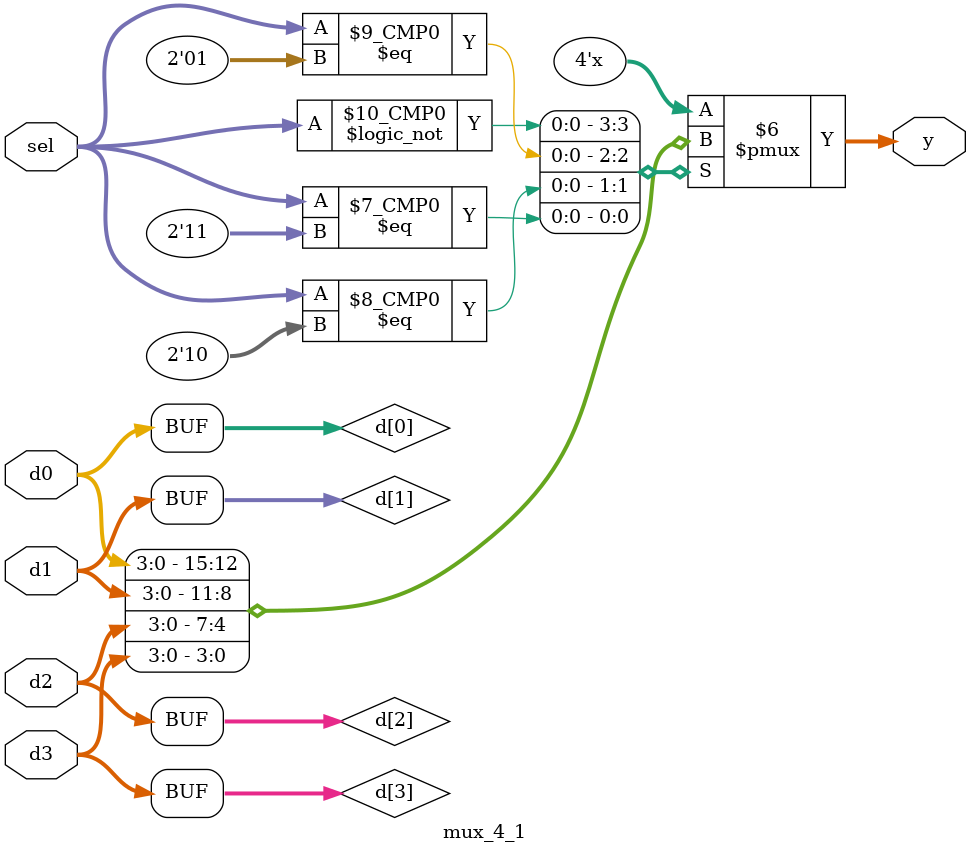
<source format=sv>

module mux_2_1
(
  input  [3:0] d0, d1,
  input        sel,
  output [3:0] y
);

  logic [3:0] d [0:1];

  assign d [0] = d0;
  assign d [1] = d1;

  assign y = d [sel];

endmodule

//----------------------------------------------------------------------------
// Task
//----------------------------------------------------------------------------

module mux_4_1
(
  input  [3:0] d0, d1, d2, d3,
  input  [1:0] sel,
  output [3:0] y
);

  // Task:
  // Using code for mux_2_1 as an example,
  // write code for 4:1 mux using array index

    logic [3:0] d [0:3];

    assign d [0] = d0;
    assign d [1] = d1;
    assign d [2] = d2;
    assign d [3] = d3;

    assign y = d [sel];


endmodule

</source>
